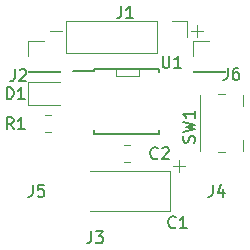
<source format=gbr>
G04 #@! TF.GenerationSoftware,KiCad,Pcbnew,(5.1.5)-3*
G04 #@! TF.CreationDate,2020-03-15T09:51:23+01:00*
G04 #@! TF.ProjectId,Capteur_Hall_I2C,43617074-6575-4725-9f48-616c6c5f4932,0.1*
G04 #@! TF.SameCoordinates,Original*
G04 #@! TF.FileFunction,Legend,Top*
G04 #@! TF.FilePolarity,Positive*
%FSLAX46Y46*%
G04 Gerber Fmt 4.6, Leading zero omitted, Abs format (unit mm)*
G04 Created by KiCad (PCBNEW (5.1.5)-3) date 2020-03-15 09:51:23*
%MOMM*%
%LPD*%
G04 APERTURE LIST*
%ADD10C,0.120000*%
%ADD11C,0.150000*%
G04 APERTURE END LIST*
D10*
X146939000Y-94361000D02*
X145923000Y-94361000D01*
X158369000Y-93853000D02*
X158369000Y-94869000D01*
X158877000Y-94361000D02*
X157861000Y-94361000D01*
X153416000Y-98171000D02*
X153416000Y-97663000D01*
X151511000Y-98171000D02*
X153416000Y-98171000D01*
X151511000Y-97663000D02*
X151511000Y-98171000D01*
X156845000Y-105283000D02*
X156845000Y-106299000D01*
X156337000Y-105791000D02*
X157353000Y-105791000D01*
X149322500Y-109660000D02*
X156082500Y-109660000D01*
X156082500Y-109660000D02*
X156082500Y-106240000D01*
X156082500Y-106240000D02*
X149322500Y-106240000D01*
X152658578Y-105485000D02*
X152141422Y-105485000D01*
X152658578Y-104065000D02*
X152141422Y-104065000D01*
X146747500Y-98735000D02*
X144062500Y-98735000D01*
X144062500Y-98735000D02*
X144062500Y-100655000D01*
X144062500Y-100655000D02*
X146747500Y-100655000D01*
X147260000Y-93540000D02*
X147260000Y-96200000D01*
X154940000Y-93540000D02*
X147260000Y-93540000D01*
X154940000Y-96200000D02*
X147260000Y-96200000D01*
X154940000Y-93540000D02*
X154940000Y-96200000D01*
X156210000Y-93540000D02*
X157540000Y-93540000D01*
X157540000Y-93540000D02*
X157540000Y-94870000D01*
X145488922Y-101525000D02*
X146006078Y-101525000D01*
X145488922Y-102945000D02*
X146006078Y-102945000D01*
D11*
X149650000Y-97575000D02*
X149650000Y-97780000D01*
X155150000Y-97575000D02*
X155150000Y-97875000D01*
X155150000Y-103085000D02*
X155150000Y-102785000D01*
X149650000Y-103085000D02*
X149650000Y-102785000D01*
X149650000Y-97575000D02*
X155150000Y-97575000D01*
X149650000Y-103085000D02*
X155150000Y-103085000D01*
X149650000Y-97780000D02*
X147900000Y-97780000D01*
D10*
X144085000Y-97850000D02*
X146745000Y-97850000D01*
X144085000Y-97790000D02*
X144085000Y-97850000D01*
X146745000Y-97790000D02*
X146745000Y-97850000D01*
X144085000Y-97790000D02*
X146745000Y-97790000D01*
X144085000Y-96520000D02*
X144085000Y-95190000D01*
X144085000Y-95190000D02*
X145415000Y-95190000D01*
X162290000Y-104500000D02*
X162290000Y-103575000D01*
X158590000Y-104500000D02*
X158590000Y-99800000D01*
X160165000Y-99700000D02*
X160715000Y-99700000D01*
X160165000Y-104600000D02*
X160715000Y-104600000D01*
X162290000Y-100725000D02*
X162290000Y-99800000D01*
X158055000Y-97850000D02*
X160715000Y-97850000D01*
X158055000Y-97790000D02*
X158055000Y-97850000D01*
X160715000Y-97790000D02*
X160715000Y-97850000D01*
X158055000Y-97790000D02*
X160715000Y-97790000D01*
X158055000Y-96520000D02*
X158055000Y-95190000D01*
X158055000Y-95190000D02*
X159385000Y-95190000D01*
D11*
X149399666Y-111339380D02*
X149399666Y-112053666D01*
X149352047Y-112196523D01*
X149256809Y-112291761D01*
X149113952Y-112339380D01*
X149018714Y-112339380D01*
X149780619Y-111339380D02*
X150399666Y-111339380D01*
X150066333Y-111720333D01*
X150209190Y-111720333D01*
X150304428Y-111767952D01*
X150352047Y-111815571D01*
X150399666Y-111910809D01*
X150399666Y-112148904D01*
X150352047Y-112244142D01*
X150304428Y-112291761D01*
X150209190Y-112339380D01*
X149923476Y-112339380D01*
X149828238Y-112291761D01*
X149780619Y-112244142D01*
X159686666Y-107402380D02*
X159686666Y-108116666D01*
X159639047Y-108259523D01*
X159543809Y-108354761D01*
X159400952Y-108402380D01*
X159305714Y-108402380D01*
X160591428Y-107735714D02*
X160591428Y-108402380D01*
X160353333Y-107354761D02*
X160115238Y-108069047D01*
X160734285Y-108069047D01*
X144446666Y-107402380D02*
X144446666Y-108116666D01*
X144399047Y-108259523D01*
X144303809Y-108354761D01*
X144160952Y-108402380D01*
X144065714Y-108402380D01*
X145399047Y-107402380D02*
X144922857Y-107402380D01*
X144875238Y-107878571D01*
X144922857Y-107830952D01*
X145018095Y-107783333D01*
X145256190Y-107783333D01*
X145351428Y-107830952D01*
X145399047Y-107878571D01*
X145446666Y-107973809D01*
X145446666Y-108211904D01*
X145399047Y-108307142D01*
X145351428Y-108354761D01*
X145256190Y-108402380D01*
X145018095Y-108402380D01*
X144922857Y-108354761D01*
X144875238Y-108307142D01*
X156551333Y-110974142D02*
X156503714Y-111021761D01*
X156360857Y-111069380D01*
X156265619Y-111069380D01*
X156122761Y-111021761D01*
X156027523Y-110926523D01*
X155979904Y-110831285D01*
X155932285Y-110640809D01*
X155932285Y-110497952D01*
X155979904Y-110307476D01*
X156027523Y-110212238D01*
X156122761Y-110117000D01*
X156265619Y-110069380D01*
X156360857Y-110069380D01*
X156503714Y-110117000D01*
X156551333Y-110164619D01*
X157503714Y-111069380D02*
X156932285Y-111069380D01*
X157218000Y-111069380D02*
X157218000Y-110069380D01*
X157122761Y-110212238D01*
X157027523Y-110307476D01*
X156932285Y-110355095D01*
X155027333Y-105132142D02*
X154979714Y-105179761D01*
X154836857Y-105227380D01*
X154741619Y-105227380D01*
X154598761Y-105179761D01*
X154503523Y-105084523D01*
X154455904Y-104989285D01*
X154408285Y-104798809D01*
X154408285Y-104655952D01*
X154455904Y-104465476D01*
X154503523Y-104370238D01*
X154598761Y-104275000D01*
X154741619Y-104227380D01*
X154836857Y-104227380D01*
X154979714Y-104275000D01*
X155027333Y-104322619D01*
X155408285Y-104322619D02*
X155455904Y-104275000D01*
X155551142Y-104227380D01*
X155789238Y-104227380D01*
X155884476Y-104275000D01*
X155932095Y-104322619D01*
X155979714Y-104417857D01*
X155979714Y-104513095D01*
X155932095Y-104655952D01*
X155360666Y-105227380D01*
X155979714Y-105227380D01*
X142263904Y-100147380D02*
X142263904Y-99147380D01*
X142502000Y-99147380D01*
X142644857Y-99195000D01*
X142740095Y-99290238D01*
X142787714Y-99385476D01*
X142835333Y-99575952D01*
X142835333Y-99718809D01*
X142787714Y-99909285D01*
X142740095Y-100004523D01*
X142644857Y-100099761D01*
X142502000Y-100147380D01*
X142263904Y-100147380D01*
X143787714Y-100147380D02*
X143216285Y-100147380D01*
X143502000Y-100147380D02*
X143502000Y-99147380D01*
X143406761Y-99290238D01*
X143311523Y-99385476D01*
X143216285Y-99433095D01*
X151939666Y-92289380D02*
X151939666Y-93003666D01*
X151892047Y-93146523D01*
X151796809Y-93241761D01*
X151653952Y-93289380D01*
X151558714Y-93289380D01*
X152939666Y-93289380D02*
X152368238Y-93289380D01*
X152653952Y-93289380D02*
X152653952Y-92289380D01*
X152558714Y-92432238D01*
X152463476Y-92527476D01*
X152368238Y-92575095D01*
X142835333Y-102687380D02*
X142502000Y-102211190D01*
X142263904Y-102687380D02*
X142263904Y-101687380D01*
X142644857Y-101687380D01*
X142740095Y-101735000D01*
X142787714Y-101782619D01*
X142835333Y-101877857D01*
X142835333Y-102020714D01*
X142787714Y-102115952D01*
X142740095Y-102163571D01*
X142644857Y-102211190D01*
X142263904Y-102211190D01*
X143787714Y-102687380D02*
X143216285Y-102687380D01*
X143502000Y-102687380D02*
X143502000Y-101687380D01*
X143406761Y-101830238D01*
X143311523Y-101925476D01*
X143216285Y-101973095D01*
X155448095Y-96480380D02*
X155448095Y-97289904D01*
X155495714Y-97385142D01*
X155543333Y-97432761D01*
X155638571Y-97480380D01*
X155829047Y-97480380D01*
X155924285Y-97432761D01*
X155971904Y-97385142D01*
X156019523Y-97289904D01*
X156019523Y-96480380D01*
X157019523Y-97480380D02*
X156448095Y-97480380D01*
X156733809Y-97480380D02*
X156733809Y-96480380D01*
X156638571Y-96623238D01*
X156543333Y-96718476D01*
X156448095Y-96766095D01*
X142922666Y-97623380D02*
X142922666Y-98337666D01*
X142875047Y-98480523D01*
X142779809Y-98575761D01*
X142636952Y-98623380D01*
X142541714Y-98623380D01*
X143351238Y-97718619D02*
X143398857Y-97671000D01*
X143494095Y-97623380D01*
X143732190Y-97623380D01*
X143827428Y-97671000D01*
X143875047Y-97718619D01*
X143922666Y-97813857D01*
X143922666Y-97909095D01*
X143875047Y-98051952D01*
X143303619Y-98623380D01*
X143922666Y-98623380D01*
X158138761Y-103822333D02*
X158186380Y-103679476D01*
X158186380Y-103441380D01*
X158138761Y-103346142D01*
X158091142Y-103298523D01*
X157995904Y-103250904D01*
X157900666Y-103250904D01*
X157805428Y-103298523D01*
X157757809Y-103346142D01*
X157710190Y-103441380D01*
X157662571Y-103631857D01*
X157614952Y-103727095D01*
X157567333Y-103774714D01*
X157472095Y-103822333D01*
X157376857Y-103822333D01*
X157281619Y-103774714D01*
X157234000Y-103727095D01*
X157186380Y-103631857D01*
X157186380Y-103393761D01*
X157234000Y-103250904D01*
X157186380Y-102917571D02*
X158186380Y-102679476D01*
X157472095Y-102489000D01*
X158186380Y-102298523D01*
X157186380Y-102060428D01*
X158186380Y-101155666D02*
X158186380Y-101727095D01*
X158186380Y-101441380D02*
X157186380Y-101441380D01*
X157329238Y-101536619D01*
X157424476Y-101631857D01*
X157472095Y-101727095D01*
X160956666Y-97496380D02*
X160956666Y-98210666D01*
X160909047Y-98353523D01*
X160813809Y-98448761D01*
X160670952Y-98496380D01*
X160575714Y-98496380D01*
X161861428Y-97496380D02*
X161670952Y-97496380D01*
X161575714Y-97544000D01*
X161528095Y-97591619D01*
X161432857Y-97734476D01*
X161385238Y-97924952D01*
X161385238Y-98305904D01*
X161432857Y-98401142D01*
X161480476Y-98448761D01*
X161575714Y-98496380D01*
X161766190Y-98496380D01*
X161861428Y-98448761D01*
X161909047Y-98401142D01*
X161956666Y-98305904D01*
X161956666Y-98067809D01*
X161909047Y-97972571D01*
X161861428Y-97924952D01*
X161766190Y-97877333D01*
X161575714Y-97877333D01*
X161480476Y-97924952D01*
X161432857Y-97972571D01*
X161385238Y-98067809D01*
M02*

</source>
